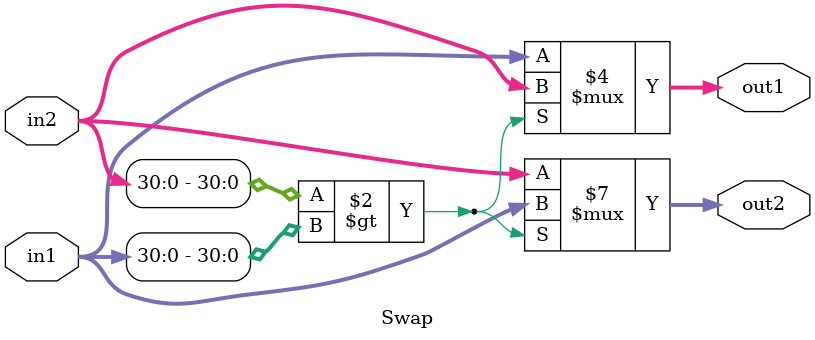
<source format=v>
module Swap(input [31:0]in1, input [31:0]in2, output reg [31:0]out1, output reg [31:0]out2);

    always @(in1 | in2)
    begin
        if(in2[30:0]>in1[30:0])
        begin
            out2 = in1;
            out1 = in2;
        end
        else
        begin
            out1 = in1;
            out2 = in2;
        end
    end

endmodule

</source>
